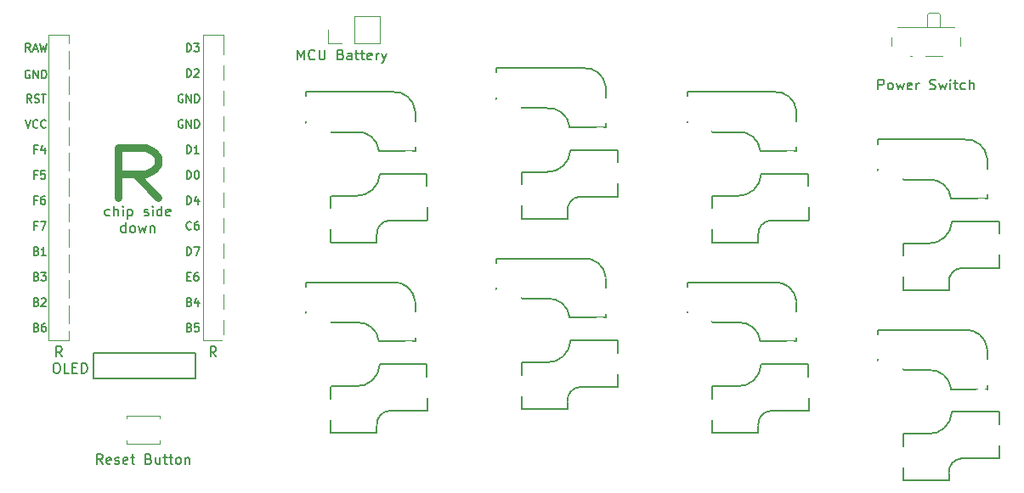
<source format=gbr>
%TF.GenerationSoftware,KiCad,Pcbnew,5.1.10*%
%TF.CreationDate,2021-09-01T18:29:14-05:00*%
%TF.ProjectId,small-paintbrush-hotswap,736d616c-6c2d-4706-9169-6e7462727573,rev?*%
%TF.SameCoordinates,Original*%
%TF.FileFunction,Legend,Top*%
%TF.FilePolarity,Positive*%
%FSLAX46Y46*%
G04 Gerber Fmt 4.6, Leading zero omitted, Abs format (unit mm)*
G04 Created by KiCad (PCBNEW 5.1.10) date 2021-09-01 18:29:14*
%MOMM*%
%LPD*%
G01*
G04 APERTURE LIST*
%ADD10C,0.150000*%
%ADD11C,0.120000*%
%ADD12C,0.200000*%
%ADD13C,0.750000*%
%ADD14C,0.100000*%
%ADD15C,3.000000*%
%ADD16C,0.100000*%
%ADD17R,1.800000X2.000000*%
%ADD18R,2.000000X2.000000*%
%ADD19C,4.000000*%
%ADD20C,1.900000*%
%ADD21C,1.700000*%
%ADD22C,1.752600*%
%ADD23O,1.700000X1.700000*%
%ADD24R,1.700000X1.700000*%
%ADD25R,0.900000X1.700000*%
%ADD26R,1.000000X0.800000*%
%ADD27R,0.700000X1.500000*%
%ADD28C,0.900000*%
%ADD29C,2.200000*%
G04 APERTURE END LIST*
D10*
X81560212Y-39124185D02*
X81464974Y-39171804D01*
X81274497Y-39171804D01*
X81179259Y-39124185D01*
X81131640Y-39076566D01*
X81084021Y-38981328D01*
X81084021Y-38695614D01*
X81131640Y-38600376D01*
X81179259Y-38552757D01*
X81274497Y-38505138D01*
X81464974Y-38505138D01*
X81560212Y-38552757D01*
X81988783Y-39171804D02*
X81988783Y-38171804D01*
X82417355Y-39171804D02*
X82417355Y-38647995D01*
X82369736Y-38552757D01*
X82274497Y-38505138D01*
X82131640Y-38505138D01*
X82036402Y-38552757D01*
X81988783Y-38600376D01*
X82893545Y-39171804D02*
X82893545Y-38505138D01*
X82893545Y-38171804D02*
X82845926Y-38219424D01*
X82893545Y-38267043D01*
X82941164Y-38219424D01*
X82893545Y-38171804D01*
X82893545Y-38267043D01*
X83369736Y-38505138D02*
X83369736Y-39505138D01*
X83369736Y-38552757D02*
X83464974Y-38505138D01*
X83655450Y-38505138D01*
X83750688Y-38552757D01*
X83798307Y-38600376D01*
X83845926Y-38695614D01*
X83845926Y-38981328D01*
X83798307Y-39076566D01*
X83750688Y-39124185D01*
X83655450Y-39171804D01*
X83464974Y-39171804D01*
X83369736Y-39124185D01*
X84988783Y-39124185D02*
X85084021Y-39171804D01*
X85274497Y-39171804D01*
X85369736Y-39124185D01*
X85417355Y-39028947D01*
X85417355Y-38981328D01*
X85369736Y-38886090D01*
X85274497Y-38838471D01*
X85131640Y-38838471D01*
X85036402Y-38790852D01*
X84988783Y-38695614D01*
X84988783Y-38647995D01*
X85036402Y-38552757D01*
X85131640Y-38505138D01*
X85274497Y-38505138D01*
X85369736Y-38552757D01*
X85845926Y-39171804D02*
X85845926Y-38505138D01*
X85845926Y-38171804D02*
X85798307Y-38219424D01*
X85845926Y-38267043D01*
X85893545Y-38219424D01*
X85845926Y-38171804D01*
X85845926Y-38267043D01*
X86750688Y-39171804D02*
X86750688Y-38171804D01*
X86750688Y-39124185D02*
X86655450Y-39171804D01*
X86464974Y-39171804D01*
X86369736Y-39124185D01*
X86322116Y-39076566D01*
X86274497Y-38981328D01*
X86274497Y-38695614D01*
X86322116Y-38600376D01*
X86369736Y-38552757D01*
X86464974Y-38505138D01*
X86655450Y-38505138D01*
X86750688Y-38552757D01*
X87607831Y-39124185D02*
X87512593Y-39171804D01*
X87322116Y-39171804D01*
X87226878Y-39124185D01*
X87179259Y-39028947D01*
X87179259Y-38647995D01*
X87226878Y-38552757D01*
X87322116Y-38505138D01*
X87512593Y-38505138D01*
X87607831Y-38552757D01*
X87655450Y-38647995D01*
X87655450Y-38743233D01*
X87179259Y-38838471D01*
X83155450Y-40821804D02*
X83155450Y-39821804D01*
X83155450Y-40774185D02*
X83060212Y-40821804D01*
X82869736Y-40821804D01*
X82774497Y-40774185D01*
X82726878Y-40726566D01*
X82679259Y-40631328D01*
X82679259Y-40345614D01*
X82726878Y-40250376D01*
X82774497Y-40202757D01*
X82869736Y-40155138D01*
X83060212Y-40155138D01*
X83155450Y-40202757D01*
X83774497Y-40821804D02*
X83679259Y-40774185D01*
X83631640Y-40726566D01*
X83584021Y-40631328D01*
X83584021Y-40345614D01*
X83631640Y-40250376D01*
X83679259Y-40202757D01*
X83774497Y-40155138D01*
X83917355Y-40155138D01*
X84012593Y-40202757D01*
X84060212Y-40250376D01*
X84107831Y-40345614D01*
X84107831Y-40631328D01*
X84060212Y-40726566D01*
X84012593Y-40774185D01*
X83917355Y-40821804D01*
X83774497Y-40821804D01*
X84441164Y-40155138D02*
X84631640Y-40821804D01*
X84822116Y-40345614D01*
X85012593Y-40821804D01*
X85203069Y-40155138D01*
X85584021Y-40155138D02*
X85584021Y-40821804D01*
X85584021Y-40250376D02*
X85631640Y-40202757D01*
X85726878Y-40155138D01*
X85869736Y-40155138D01*
X85964974Y-40202757D01*
X86012593Y-40297995D01*
X86012593Y-40821804D01*
X100290783Y-23591804D02*
X100290783Y-22591804D01*
X100624116Y-23306090D01*
X100957450Y-22591804D01*
X100957450Y-23591804D01*
X102005069Y-23496566D02*
X101957450Y-23544185D01*
X101814593Y-23591804D01*
X101719355Y-23591804D01*
X101576497Y-23544185D01*
X101481259Y-23448947D01*
X101433640Y-23353709D01*
X101386021Y-23163233D01*
X101386021Y-23020376D01*
X101433640Y-22829900D01*
X101481259Y-22734662D01*
X101576497Y-22639424D01*
X101719355Y-22591804D01*
X101814593Y-22591804D01*
X101957450Y-22639424D01*
X102005069Y-22687043D01*
X102433640Y-22591804D02*
X102433640Y-23401328D01*
X102481259Y-23496566D01*
X102528878Y-23544185D01*
X102624116Y-23591804D01*
X102814593Y-23591804D01*
X102909831Y-23544185D01*
X102957450Y-23496566D01*
X103005069Y-23401328D01*
X103005069Y-22591804D01*
X104576497Y-23067995D02*
X104719355Y-23115614D01*
X104766974Y-23163233D01*
X104814593Y-23258471D01*
X104814593Y-23401328D01*
X104766974Y-23496566D01*
X104719355Y-23544185D01*
X104624116Y-23591804D01*
X104243164Y-23591804D01*
X104243164Y-22591804D01*
X104576497Y-22591804D01*
X104671736Y-22639424D01*
X104719355Y-22687043D01*
X104766974Y-22782281D01*
X104766974Y-22877519D01*
X104719355Y-22972757D01*
X104671736Y-23020376D01*
X104576497Y-23067995D01*
X104243164Y-23067995D01*
X105671736Y-23591804D02*
X105671736Y-23067995D01*
X105624116Y-22972757D01*
X105528878Y-22925138D01*
X105338402Y-22925138D01*
X105243164Y-22972757D01*
X105671736Y-23544185D02*
X105576497Y-23591804D01*
X105338402Y-23591804D01*
X105243164Y-23544185D01*
X105195545Y-23448947D01*
X105195545Y-23353709D01*
X105243164Y-23258471D01*
X105338402Y-23210852D01*
X105576497Y-23210852D01*
X105671736Y-23163233D01*
X106005069Y-22925138D02*
X106386021Y-22925138D01*
X106147926Y-22591804D02*
X106147926Y-23448947D01*
X106195545Y-23544185D01*
X106290783Y-23591804D01*
X106386021Y-23591804D01*
X106576497Y-22925138D02*
X106957450Y-22925138D01*
X106719355Y-22591804D02*
X106719355Y-23448947D01*
X106766974Y-23544185D01*
X106862212Y-23591804D01*
X106957450Y-23591804D01*
X107671736Y-23544185D02*
X107576497Y-23591804D01*
X107386021Y-23591804D01*
X107290783Y-23544185D01*
X107243164Y-23448947D01*
X107243164Y-23067995D01*
X107290783Y-22972757D01*
X107386021Y-22925138D01*
X107576497Y-22925138D01*
X107671736Y-22972757D01*
X107719355Y-23067995D01*
X107719355Y-23163233D01*
X107243164Y-23258471D01*
X108147926Y-23591804D02*
X108147926Y-22925138D01*
X108147926Y-23115614D02*
X108195545Y-23020376D01*
X108243164Y-22972757D01*
X108338402Y-22925138D01*
X108433640Y-22925138D01*
X108671736Y-22925138D02*
X108909831Y-23591804D01*
X109147926Y-22925138D02*
X108909831Y-23591804D01*
X108814593Y-23829900D01*
X108766974Y-23877519D01*
X108671736Y-23925138D01*
X80854116Y-63944804D02*
X80520783Y-63468614D01*
X80282688Y-63944804D02*
X80282688Y-62944804D01*
X80663640Y-62944804D01*
X80758878Y-62992424D01*
X80806497Y-63040043D01*
X80854116Y-63135281D01*
X80854116Y-63278138D01*
X80806497Y-63373376D01*
X80758878Y-63420995D01*
X80663640Y-63468614D01*
X80282688Y-63468614D01*
X81663640Y-63897185D02*
X81568402Y-63944804D01*
X81377926Y-63944804D01*
X81282688Y-63897185D01*
X81235069Y-63801947D01*
X81235069Y-63420995D01*
X81282688Y-63325757D01*
X81377926Y-63278138D01*
X81568402Y-63278138D01*
X81663640Y-63325757D01*
X81711259Y-63420995D01*
X81711259Y-63516233D01*
X81235069Y-63611471D01*
X82092212Y-63897185D02*
X82187450Y-63944804D01*
X82377926Y-63944804D01*
X82473164Y-63897185D01*
X82520783Y-63801947D01*
X82520783Y-63754328D01*
X82473164Y-63659090D01*
X82377926Y-63611471D01*
X82235069Y-63611471D01*
X82139831Y-63563852D01*
X82092212Y-63468614D01*
X82092212Y-63420995D01*
X82139831Y-63325757D01*
X82235069Y-63278138D01*
X82377926Y-63278138D01*
X82473164Y-63325757D01*
X83330307Y-63897185D02*
X83235069Y-63944804D01*
X83044593Y-63944804D01*
X82949355Y-63897185D01*
X82901736Y-63801947D01*
X82901736Y-63420995D01*
X82949355Y-63325757D01*
X83044593Y-63278138D01*
X83235069Y-63278138D01*
X83330307Y-63325757D01*
X83377926Y-63420995D01*
X83377926Y-63516233D01*
X82901736Y-63611471D01*
X83663640Y-63278138D02*
X84044593Y-63278138D01*
X83806497Y-62944804D02*
X83806497Y-63801947D01*
X83854116Y-63897185D01*
X83949355Y-63944804D01*
X84044593Y-63944804D01*
X85473164Y-63420995D02*
X85616021Y-63468614D01*
X85663640Y-63516233D01*
X85711259Y-63611471D01*
X85711259Y-63754328D01*
X85663640Y-63849566D01*
X85616021Y-63897185D01*
X85520783Y-63944804D01*
X85139831Y-63944804D01*
X85139831Y-62944804D01*
X85473164Y-62944804D01*
X85568402Y-62992424D01*
X85616021Y-63040043D01*
X85663640Y-63135281D01*
X85663640Y-63230519D01*
X85616021Y-63325757D01*
X85568402Y-63373376D01*
X85473164Y-63420995D01*
X85139831Y-63420995D01*
X86568402Y-63278138D02*
X86568402Y-63944804D01*
X86139831Y-63278138D02*
X86139831Y-63801947D01*
X86187450Y-63897185D01*
X86282688Y-63944804D01*
X86425545Y-63944804D01*
X86520783Y-63897185D01*
X86568402Y-63849566D01*
X86901736Y-63278138D02*
X87282688Y-63278138D01*
X87044593Y-62944804D02*
X87044593Y-63801947D01*
X87092212Y-63897185D01*
X87187450Y-63944804D01*
X87282688Y-63944804D01*
X87473164Y-63278138D02*
X87854116Y-63278138D01*
X87616021Y-62944804D02*
X87616021Y-63801947D01*
X87663640Y-63897185D01*
X87758878Y-63944804D01*
X87854116Y-63944804D01*
X88330307Y-63944804D02*
X88235069Y-63897185D01*
X88187450Y-63849566D01*
X88139831Y-63754328D01*
X88139831Y-63468614D01*
X88187450Y-63373376D01*
X88235069Y-63325757D01*
X88330307Y-63278138D01*
X88473164Y-63278138D01*
X88568402Y-63325757D01*
X88616021Y-63373376D01*
X88663640Y-63468614D01*
X88663640Y-63754328D01*
X88616021Y-63849566D01*
X88568402Y-63897185D01*
X88473164Y-63944804D01*
X88330307Y-63944804D01*
X89092212Y-63278138D02*
X89092212Y-63944804D01*
X89092212Y-63373376D02*
X89139831Y-63325757D01*
X89235069Y-63278138D01*
X89377926Y-63278138D01*
X89473164Y-63325757D01*
X89520783Y-63420995D01*
X89520783Y-63944804D01*
X158139832Y-26551805D02*
X158139832Y-25551805D01*
X158520784Y-25551805D01*
X158616022Y-25599425D01*
X158663641Y-25647044D01*
X158711260Y-25742282D01*
X158711260Y-25885139D01*
X158663641Y-25980377D01*
X158616022Y-26027996D01*
X158520784Y-26075615D01*
X158139832Y-26075615D01*
X159282689Y-26551805D02*
X159187451Y-26504186D01*
X159139832Y-26456567D01*
X159092213Y-26361329D01*
X159092213Y-26075615D01*
X159139832Y-25980377D01*
X159187451Y-25932758D01*
X159282689Y-25885139D01*
X159425546Y-25885139D01*
X159520784Y-25932758D01*
X159568403Y-25980377D01*
X159616022Y-26075615D01*
X159616022Y-26361329D01*
X159568403Y-26456567D01*
X159520784Y-26504186D01*
X159425546Y-26551805D01*
X159282689Y-26551805D01*
X159949356Y-25885139D02*
X160139832Y-26551805D01*
X160330308Y-26075615D01*
X160520784Y-26551805D01*
X160711260Y-25885139D01*
X161473165Y-26504186D02*
X161377927Y-26551805D01*
X161187451Y-26551805D01*
X161092213Y-26504186D01*
X161044594Y-26408948D01*
X161044594Y-26027996D01*
X161092213Y-25932758D01*
X161187451Y-25885139D01*
X161377927Y-25885139D01*
X161473165Y-25932758D01*
X161520784Y-26027996D01*
X161520784Y-26123234D01*
X161044594Y-26218472D01*
X161949356Y-26551805D02*
X161949356Y-25885139D01*
X161949356Y-26075615D02*
X161996975Y-25980377D01*
X162044594Y-25932758D01*
X162139832Y-25885139D01*
X162235070Y-25885139D01*
X163282689Y-26504186D02*
X163425546Y-26551805D01*
X163663641Y-26551805D01*
X163758879Y-26504186D01*
X163806498Y-26456567D01*
X163854117Y-26361329D01*
X163854117Y-26266091D01*
X163806498Y-26170853D01*
X163758879Y-26123234D01*
X163663641Y-26075615D01*
X163473165Y-26027996D01*
X163377927Y-25980377D01*
X163330308Y-25932758D01*
X163282689Y-25837520D01*
X163282689Y-25742282D01*
X163330308Y-25647044D01*
X163377927Y-25599425D01*
X163473165Y-25551805D01*
X163711260Y-25551805D01*
X163854117Y-25599425D01*
X164187451Y-25885139D02*
X164377927Y-26551805D01*
X164568403Y-26075615D01*
X164758879Y-26551805D01*
X164949356Y-25885139D01*
X165330308Y-26551805D02*
X165330308Y-25885139D01*
X165330308Y-25551805D02*
X165282689Y-25599425D01*
X165330308Y-25647044D01*
X165377927Y-25599425D01*
X165330308Y-25551805D01*
X165330308Y-25647044D01*
X165663641Y-25885139D02*
X166044594Y-25885139D01*
X165806498Y-25551805D02*
X165806498Y-26408948D01*
X165854117Y-26504186D01*
X165949356Y-26551805D01*
X166044594Y-26551805D01*
X166806498Y-26504186D02*
X166711260Y-26551805D01*
X166520784Y-26551805D01*
X166425546Y-26504186D01*
X166377927Y-26456567D01*
X166330308Y-26361329D01*
X166330308Y-26075615D01*
X166377927Y-25980377D01*
X166425546Y-25932758D01*
X166520784Y-25885139D01*
X166711260Y-25885139D01*
X166806498Y-25932758D01*
X167235070Y-26551805D02*
X167235070Y-25551805D01*
X167663641Y-26551805D02*
X167663641Y-26027996D01*
X167616022Y-25932758D01*
X167520784Y-25885139D01*
X167377927Y-25885139D01*
X167282689Y-25932758D01*
X167235070Y-25980377D01*
X92172259Y-53204804D02*
X91838926Y-52728614D01*
X91600831Y-53204804D02*
X91600831Y-52204804D01*
X91981783Y-52204804D01*
X92077021Y-52252424D01*
X92124640Y-52300043D01*
X92172259Y-52395281D01*
X92172259Y-52538138D01*
X92124640Y-52633376D01*
X92077021Y-52680995D01*
X91981783Y-52728614D01*
X91600831Y-52728614D01*
X76805259Y-53204804D02*
X76471926Y-52728614D01*
X76233831Y-53204804D02*
X76233831Y-52204804D01*
X76614783Y-52204804D01*
X76710021Y-52252424D01*
X76757640Y-52300043D01*
X76805259Y-52395281D01*
X76805259Y-52538138D01*
X76757640Y-52633376D01*
X76710021Y-52680995D01*
X76614783Y-52728614D01*
X76233831Y-52728614D01*
D11*
X77511736Y-51609424D02*
X75479736Y-51609424D01*
X77511736Y-21129424D02*
X77511736Y-51609424D01*
X75479736Y-21129424D02*
X77511736Y-21129424D01*
X75479736Y-51609424D02*
X75479736Y-21129424D01*
X90846736Y-51609424D02*
X92878736Y-51609424D01*
X90846736Y-21129424D02*
X90846736Y-51609424D01*
X92878736Y-21129424D02*
X90846736Y-21129424D01*
X92878736Y-51609424D02*
X92878736Y-21129424D01*
D10*
X76186355Y-53855804D02*
X76376831Y-53855804D01*
X76472069Y-53903424D01*
X76567307Y-53998662D01*
X76614926Y-54189138D01*
X76614926Y-54522471D01*
X76567307Y-54712947D01*
X76472069Y-54808185D01*
X76376831Y-54855804D01*
X76186355Y-54855804D01*
X76091116Y-54808185D01*
X75995878Y-54712947D01*
X75948259Y-54522471D01*
X75948259Y-54189138D01*
X75995878Y-53998662D01*
X76091116Y-53903424D01*
X76186355Y-53855804D01*
X77519688Y-54855804D02*
X77043497Y-54855804D01*
X77043497Y-53855804D01*
X77853021Y-54331995D02*
X78186355Y-54331995D01*
X78329212Y-54855804D02*
X77853021Y-54855804D01*
X77853021Y-53855804D01*
X78329212Y-53855804D01*
X78757783Y-54855804D02*
X78757783Y-53855804D01*
X78995878Y-53855804D01*
X79138736Y-53903424D01*
X79233974Y-53998662D01*
X79281593Y-54093900D01*
X79329212Y-54284376D01*
X79329212Y-54427233D01*
X79281593Y-54617709D01*
X79233974Y-54712947D01*
X79138736Y-54808185D01*
X78995878Y-54855804D01*
X78757783Y-54855804D01*
D12*
X79924736Y-52879424D02*
X79924736Y-55419424D01*
X90084736Y-52879424D02*
X79924736Y-52879424D01*
X90084736Y-55419424D02*
X79924736Y-55419424D01*
X90084736Y-52879424D02*
X90084736Y-55419424D01*
D13*
X86409402Y-37361328D02*
X84076069Y-34980376D01*
X82409402Y-37361328D02*
X82409402Y-32361328D01*
X85076069Y-32361328D01*
X85742736Y-32599424D01*
X86076069Y-32837519D01*
X86409402Y-33313709D01*
X86409402Y-34027995D01*
X86076069Y-34504185D01*
X85742736Y-34742281D01*
X85076069Y-34980376D01*
X82409402Y-34980376D01*
D10*
%TO.C,KEY4*%
X169001737Y-37453424D02*
X165391737Y-37453424D01*
X169001737Y-33499424D02*
X169001737Y-37444424D01*
X158101737Y-31545424D02*
X166726737Y-31545424D01*
X158101737Y-35453424D02*
X158101737Y-31545424D01*
X158101737Y-35499424D02*
X163151737Y-35545424D01*
X160626737Y-46574424D02*
X165176737Y-46574424D01*
X160626737Y-41924424D02*
X163176737Y-41924424D01*
X165476737Y-39724424D02*
X170176737Y-39724424D01*
X166401737Y-44374424D02*
X170176737Y-44374424D01*
X160601738Y-41949424D02*
X160601738Y-46549424D01*
X170176737Y-39749424D02*
X170201737Y-44349423D01*
X165181737Y-45849424D02*
X165181737Y-46549424D01*
X168990737Y-33429424D02*
G75*
G03*
X166726737Y-31545424I-2074000J-190000D01*
G01*
X165386738Y-37429423D02*
G75*
G03*
X163126737Y-35549424I-2070000J-190001D01*
G01*
X165471737Y-39749424D02*
G75*
G02*
X163101737Y-41919424I-2270000J100000D01*
G01*
X165181736Y-45799423D02*
G75*
G02*
X166401737Y-44379424I1320000J99999D01*
G01*
%TO.C,KEY8*%
X169001739Y-56453423D02*
X165391739Y-56453423D01*
X169001739Y-52499423D02*
X169001739Y-56444423D01*
X158101739Y-50545423D02*
X166726739Y-50545423D01*
X158101739Y-54453423D02*
X158101739Y-50545423D01*
X158101739Y-54499423D02*
X163151739Y-54545423D01*
X160626739Y-65574423D02*
X165176739Y-65574423D01*
X160626739Y-60924423D02*
X163176739Y-60924423D01*
X165476739Y-58724423D02*
X170176739Y-58724423D01*
X166401739Y-63374423D02*
X170176739Y-63374423D01*
X160601740Y-60949423D02*
X160601740Y-65549423D01*
X170176739Y-58749423D02*
X170201739Y-63349422D01*
X165181739Y-64849423D02*
X165181739Y-65549423D01*
X168990739Y-52429423D02*
G75*
G03*
X166726739Y-50545423I-2074000J-190000D01*
G01*
X165386740Y-56429422D02*
G75*
G03*
X163126739Y-54549423I-2070000J-190001D01*
G01*
X165471739Y-58749423D02*
G75*
G02*
X163101739Y-60919423I-2270000J100000D01*
G01*
X165181738Y-64799422D02*
G75*
G02*
X166401739Y-63379423I1320000J99999D01*
G01*
%TO.C,KEY7*%
X150001739Y-51703426D02*
X146391739Y-51703426D01*
X150001739Y-47749426D02*
X150001739Y-51694426D01*
X139101739Y-45795426D02*
X147726739Y-45795426D01*
X139101739Y-49703426D02*
X139101739Y-45795426D01*
X139101739Y-49749426D02*
X144151739Y-49795426D01*
X141626739Y-60824426D02*
X146176739Y-60824426D01*
X141626739Y-56174426D02*
X144176739Y-56174426D01*
X146476739Y-53974426D02*
X151176739Y-53974426D01*
X147401739Y-58624426D02*
X151176739Y-58624426D01*
X141601740Y-56199426D02*
X141601740Y-60799426D01*
X151176739Y-53999426D02*
X151201739Y-58599425D01*
X146181739Y-60099426D02*
X146181739Y-60799426D01*
X149990739Y-47679426D02*
G75*
G03*
X147726739Y-45795426I-2074000J-190000D01*
G01*
X146386740Y-51679425D02*
G75*
G03*
X144126739Y-49799426I-2070000J-190001D01*
G01*
X146471739Y-53999426D02*
G75*
G02*
X144101739Y-56169426I-2270000J100000D01*
G01*
X146181738Y-60049425D02*
G75*
G02*
X147401739Y-58629426I1320000J99999D01*
G01*
%TO.C,KEY6*%
X131001739Y-49323424D02*
X127391739Y-49323424D01*
X131001739Y-45369424D02*
X131001739Y-49314424D01*
X120101739Y-43415424D02*
X128726739Y-43415424D01*
X120101739Y-47323424D02*
X120101739Y-43415424D01*
X120101739Y-47369424D02*
X125151739Y-47415424D01*
X122626739Y-58444424D02*
X127176739Y-58444424D01*
X122626739Y-53794424D02*
X125176739Y-53794424D01*
X127476739Y-51594424D02*
X132176739Y-51594424D01*
X128401739Y-56244424D02*
X132176739Y-56244424D01*
X122601740Y-53819424D02*
X122601740Y-58419424D01*
X132176739Y-51619424D02*
X132201739Y-56219423D01*
X127181739Y-57719424D02*
X127181739Y-58419424D01*
X130990739Y-45299424D02*
G75*
G03*
X128726739Y-43415424I-2074000J-190000D01*
G01*
X127386740Y-49299423D02*
G75*
G03*
X125126739Y-47419424I-2070000J-190001D01*
G01*
X127471739Y-51619424D02*
G75*
G02*
X125101739Y-53789424I-2270000J100000D01*
G01*
X127181738Y-57669423D02*
G75*
G02*
X128401739Y-56249424I1320000J99999D01*
G01*
%TO.C,KEY5*%
X112001736Y-51703424D02*
X108391736Y-51703424D01*
X112001736Y-47749424D02*
X112001736Y-51694424D01*
X101101736Y-45795424D02*
X109726736Y-45795424D01*
X101101736Y-49703424D02*
X101101736Y-45795424D01*
X101101736Y-49749424D02*
X106151736Y-49795424D01*
X103626736Y-60824424D02*
X108176736Y-60824424D01*
X103626736Y-56174424D02*
X106176736Y-56174424D01*
X108476736Y-53974424D02*
X113176736Y-53974424D01*
X109401736Y-58624424D02*
X113176736Y-58624424D01*
X103601737Y-56199424D02*
X103601737Y-60799424D01*
X113176736Y-53999424D02*
X113201736Y-58599423D01*
X108181736Y-60099424D02*
X108181736Y-60799424D01*
X111990736Y-47679424D02*
G75*
G03*
X109726736Y-45795424I-2074000J-190000D01*
G01*
X108386737Y-51679423D02*
G75*
G03*
X106126736Y-49799424I-2070000J-190001D01*
G01*
X108471736Y-53999424D02*
G75*
G02*
X106101736Y-56169424I-2270000J100000D01*
G01*
X108181735Y-60049423D02*
G75*
G02*
X109401736Y-58629424I1320000J99999D01*
G01*
%TO.C,KEY3*%
X150001739Y-32703426D02*
X146391739Y-32703426D01*
X150001739Y-28749426D02*
X150001739Y-32694426D01*
X139101739Y-26795426D02*
X147726739Y-26795426D01*
X139101739Y-30703426D02*
X139101739Y-26795426D01*
X139101739Y-30749426D02*
X144151739Y-30795426D01*
X141626739Y-41824426D02*
X146176739Y-41824426D01*
X141626739Y-37174426D02*
X144176739Y-37174426D01*
X146476739Y-34974426D02*
X151176739Y-34974426D01*
X147401739Y-39624426D02*
X151176739Y-39624426D01*
X141601740Y-37199426D02*
X141601740Y-41799426D01*
X151176739Y-34999426D02*
X151201739Y-39599425D01*
X146181739Y-41099426D02*
X146181739Y-41799426D01*
X149990739Y-28679426D02*
G75*
G03*
X147726739Y-26795426I-2074000J-190000D01*
G01*
X146386740Y-32679425D02*
G75*
G03*
X144126739Y-30799426I-2070000J-190001D01*
G01*
X146471739Y-34999426D02*
G75*
G02*
X144101739Y-37169426I-2270000J100000D01*
G01*
X146181738Y-41049425D02*
G75*
G02*
X147401739Y-39629426I1320000J99999D01*
G01*
%TO.C,KEY2*%
X131001737Y-30323424D02*
X127391737Y-30323424D01*
X131001737Y-26369424D02*
X131001737Y-30314424D01*
X120101737Y-24415424D02*
X128726737Y-24415424D01*
X120101737Y-28323424D02*
X120101737Y-24415424D01*
X120101737Y-28369424D02*
X125151737Y-28415424D01*
X122626737Y-39444424D02*
X127176737Y-39444424D01*
X122626737Y-34794424D02*
X125176737Y-34794424D01*
X127476737Y-32594424D02*
X132176737Y-32594424D01*
X128401737Y-37244424D02*
X132176737Y-37244424D01*
X122601738Y-34819424D02*
X122601738Y-39419424D01*
X132176737Y-32619424D02*
X132201737Y-37219423D01*
X127181737Y-38719424D02*
X127181737Y-39419424D01*
X130990737Y-26299424D02*
G75*
G03*
X128726737Y-24415424I-2074000J-190000D01*
G01*
X127386738Y-30299423D02*
G75*
G03*
X125126737Y-28419424I-2070000J-190001D01*
G01*
X127471737Y-32619424D02*
G75*
G02*
X125101737Y-34789424I-2270000J100000D01*
G01*
X127181736Y-38669423D02*
G75*
G02*
X128401737Y-37249424I1320000J99999D01*
G01*
%TO.C,KEY1*%
X112001737Y-32703424D02*
X108391737Y-32703424D01*
X112001737Y-28749424D02*
X112001737Y-32694424D01*
X101101737Y-26795424D02*
X109726737Y-26795424D01*
X101101737Y-30703424D02*
X101101737Y-26795424D01*
X101101737Y-30749424D02*
X106151737Y-30795424D01*
X103626737Y-41824424D02*
X108176737Y-41824424D01*
X103626737Y-37174424D02*
X106176737Y-37174424D01*
X108476737Y-34974424D02*
X113176737Y-34974424D01*
X109401737Y-39624424D02*
X113176737Y-39624424D01*
X103601738Y-37199424D02*
X103601738Y-41799424D01*
X113176737Y-34999424D02*
X113201737Y-39599423D01*
X108181737Y-41099424D02*
X108181737Y-41799424D01*
X111990737Y-28679424D02*
G75*
G03*
X109726737Y-26795424I-2074000J-190000D01*
G01*
X108386738Y-32679423D02*
G75*
G03*
X106126737Y-30799424I-2070000J-190001D01*
G01*
X108471737Y-34999424D02*
G75*
G02*
X106101737Y-37169424I-2270000J100000D01*
G01*
X108181736Y-41049423D02*
G75*
G02*
X109401737Y-39629424I1320000J99999D01*
G01*
D11*
%TO.C,J1*%
X103301737Y-21929424D02*
X103301737Y-20599424D01*
X104631737Y-21929424D02*
X103301737Y-21929424D01*
X105901737Y-21929424D02*
X105901737Y-19269424D01*
X105901737Y-19269424D02*
X108501737Y-19269424D01*
X105901737Y-21929424D02*
X108501737Y-21929424D01*
X108501737Y-21929424D02*
X108501737Y-19269424D01*
%TO.C,PUSH2*%
X83251736Y-61892424D02*
X83251736Y-61592424D01*
X86551736Y-61892424D02*
X83251736Y-61892424D01*
X86551736Y-61592424D02*
X86551736Y-61892424D01*
X83251736Y-59092424D02*
X83251736Y-59392424D01*
X86551736Y-59092424D02*
X83251736Y-59092424D01*
X86551736Y-59392424D02*
X86551736Y-59092424D01*
%TO.C,SW2*%
X159451737Y-21379424D02*
X159451737Y-22169424D01*
X166351737Y-22169424D02*
X166351737Y-21379424D01*
X164501737Y-23219424D02*
X162801737Y-23219424D01*
X165751737Y-20369424D02*
X160051737Y-20369424D01*
X163001737Y-19079424D02*
X163001737Y-20369424D01*
X164101737Y-18869424D02*
X163201737Y-18869424D01*
X164301737Y-20369424D02*
X164301737Y-19079424D01*
X163001737Y-19079424D02*
X163201737Y-18869424D01*
X164301737Y-19079424D02*
X164101737Y-18869424D01*
X161501737Y-23219424D02*
X161301737Y-23219424D01*
%TO.C,U2*%
D10*
X74266926Y-47742281D02*
X74381212Y-47780376D01*
X74419307Y-47818471D01*
X74457402Y-47894662D01*
X74457402Y-48008947D01*
X74419307Y-48085138D01*
X74381212Y-48123233D01*
X74305021Y-48161328D01*
X74000259Y-48161328D01*
X74000259Y-47361328D01*
X74266926Y-47361328D01*
X74343116Y-47399424D01*
X74381212Y-47437519D01*
X74419307Y-47513709D01*
X74419307Y-47589900D01*
X74381212Y-47666090D01*
X74343116Y-47704185D01*
X74266926Y-47742281D01*
X74000259Y-47742281D01*
X74762164Y-47437519D02*
X74800259Y-47399424D01*
X74876450Y-47361328D01*
X75066926Y-47361328D01*
X75143116Y-47399424D01*
X75181212Y-47437519D01*
X75219307Y-47513709D01*
X75219307Y-47589900D01*
X75181212Y-47704185D01*
X74724069Y-48161328D01*
X75219307Y-48161328D01*
X74324069Y-40122281D02*
X74057402Y-40122281D01*
X74057402Y-40541328D02*
X74057402Y-39741328D01*
X74438355Y-39741328D01*
X74666926Y-39741328D02*
X75200259Y-39741328D01*
X74857402Y-40541328D01*
X74324069Y-37582281D02*
X74057402Y-37582281D01*
X74057402Y-38001328D02*
X74057402Y-37201328D01*
X74438355Y-37201328D01*
X75085974Y-37201328D02*
X74933593Y-37201328D01*
X74857402Y-37239424D01*
X74819307Y-37277519D01*
X74743116Y-37391804D01*
X74705021Y-37544185D01*
X74705021Y-37848947D01*
X74743116Y-37925138D01*
X74781212Y-37963233D01*
X74857402Y-38001328D01*
X75009783Y-38001328D01*
X75085974Y-37963233D01*
X75124069Y-37925138D01*
X75162164Y-37848947D01*
X75162164Y-37658471D01*
X75124069Y-37582281D01*
X75085974Y-37544185D01*
X75009783Y-37506090D01*
X74857402Y-37506090D01*
X74781212Y-37544185D01*
X74743116Y-37582281D01*
X74705021Y-37658471D01*
X74324069Y-35042281D02*
X74057402Y-35042281D01*
X74057402Y-35461328D02*
X74057402Y-34661328D01*
X74438355Y-34661328D01*
X75124069Y-34661328D02*
X74743116Y-34661328D01*
X74705021Y-35042281D01*
X74743116Y-35004185D01*
X74819307Y-34966090D01*
X75009783Y-34966090D01*
X75085974Y-35004185D01*
X75124069Y-35042281D01*
X75162164Y-35118471D01*
X75162164Y-35308947D01*
X75124069Y-35385138D01*
X75085974Y-35423233D01*
X75009783Y-35461328D01*
X74819307Y-35461328D01*
X74743116Y-35423233D01*
X74705021Y-35385138D01*
X73657355Y-22761328D02*
X73390688Y-22380376D01*
X73200212Y-22761328D02*
X73200212Y-21961328D01*
X73504974Y-21961328D01*
X73581164Y-21999424D01*
X73619259Y-22037519D01*
X73657355Y-22113709D01*
X73657355Y-22227995D01*
X73619259Y-22304185D01*
X73581164Y-22342281D01*
X73504974Y-22380376D01*
X73200212Y-22380376D01*
X73962116Y-22532757D02*
X74343069Y-22532757D01*
X73885926Y-22761328D02*
X74152593Y-21961328D01*
X74419259Y-22761328D01*
X74609736Y-21961328D02*
X74800212Y-22761328D01*
X74952593Y-22189900D01*
X75104974Y-22761328D01*
X75295450Y-21961328D01*
X73600212Y-24666424D02*
X73524021Y-24628328D01*
X73409736Y-24628328D01*
X73295450Y-24666424D01*
X73219259Y-24742614D01*
X73181164Y-24818804D01*
X73143069Y-24971185D01*
X73143069Y-25085471D01*
X73181164Y-25237852D01*
X73219259Y-25314043D01*
X73295450Y-25390233D01*
X73409736Y-25428328D01*
X73485926Y-25428328D01*
X73600212Y-25390233D01*
X73638307Y-25352138D01*
X73638307Y-25085471D01*
X73485926Y-25085471D01*
X73981164Y-25428328D02*
X73981164Y-24628328D01*
X74438307Y-25428328D01*
X74438307Y-24628328D01*
X74819259Y-25428328D02*
X74819259Y-24628328D01*
X75009736Y-24628328D01*
X75124021Y-24666424D01*
X75200212Y-24742614D01*
X75238307Y-24818804D01*
X75276402Y-24971185D01*
X75276402Y-25085471D01*
X75238307Y-25237852D01*
X75200212Y-25314043D01*
X75124021Y-25390233D01*
X75009736Y-25428328D01*
X74819259Y-25428328D01*
X73771640Y-27841328D02*
X73504974Y-27460376D01*
X73314497Y-27841328D02*
X73314497Y-27041328D01*
X73619259Y-27041328D01*
X73695450Y-27079424D01*
X73733545Y-27117519D01*
X73771640Y-27193709D01*
X73771640Y-27307995D01*
X73733545Y-27384185D01*
X73695450Y-27422281D01*
X73619259Y-27460376D01*
X73314497Y-27460376D01*
X74076402Y-27803233D02*
X74190688Y-27841328D01*
X74381164Y-27841328D01*
X74457355Y-27803233D01*
X74495450Y-27765138D01*
X74533545Y-27688947D01*
X74533545Y-27612757D01*
X74495450Y-27536566D01*
X74457355Y-27498471D01*
X74381164Y-27460376D01*
X74228783Y-27422281D01*
X74152593Y-27384185D01*
X74114497Y-27346090D01*
X74076402Y-27269900D01*
X74076402Y-27193709D01*
X74114497Y-27117519D01*
X74152593Y-27079424D01*
X74228783Y-27041328D01*
X74419259Y-27041328D01*
X74533545Y-27079424D01*
X74762116Y-27041328D02*
X75219259Y-27041328D01*
X74990688Y-27841328D02*
X74990688Y-27041328D01*
X73143069Y-29581328D02*
X73409736Y-30381328D01*
X73676402Y-29581328D01*
X74400212Y-30305138D02*
X74362116Y-30343233D01*
X74247831Y-30381328D01*
X74171640Y-30381328D01*
X74057355Y-30343233D01*
X73981164Y-30267043D01*
X73943069Y-30190852D01*
X73904974Y-30038471D01*
X73904974Y-29924185D01*
X73943069Y-29771804D01*
X73981164Y-29695614D01*
X74057355Y-29619424D01*
X74171640Y-29581328D01*
X74247831Y-29581328D01*
X74362116Y-29619424D01*
X74400212Y-29657519D01*
X75200212Y-30305138D02*
X75162116Y-30343233D01*
X75047831Y-30381328D01*
X74971640Y-30381328D01*
X74857355Y-30343233D01*
X74781164Y-30267043D01*
X74743069Y-30190852D01*
X74704974Y-30038471D01*
X74704974Y-29924185D01*
X74743069Y-29771804D01*
X74781164Y-29695614D01*
X74857355Y-29619424D01*
X74971640Y-29581328D01*
X75047831Y-29581328D01*
X75162116Y-29619424D01*
X75200212Y-29657519D01*
X74324069Y-32502281D02*
X74057402Y-32502281D01*
X74057402Y-32921328D02*
X74057402Y-32121328D01*
X74438355Y-32121328D01*
X75085974Y-32387995D02*
X75085974Y-32921328D01*
X74895497Y-32083233D02*
X74705021Y-32654662D01*
X75200259Y-32654662D01*
X74266926Y-42662281D02*
X74381212Y-42700376D01*
X74419307Y-42738471D01*
X74457402Y-42814662D01*
X74457402Y-42928947D01*
X74419307Y-43005138D01*
X74381212Y-43043233D01*
X74305021Y-43081328D01*
X74000259Y-43081328D01*
X74000259Y-42281328D01*
X74266926Y-42281328D01*
X74343116Y-42319424D01*
X74381212Y-42357519D01*
X74419307Y-42433709D01*
X74419307Y-42509900D01*
X74381212Y-42586090D01*
X74343116Y-42624185D01*
X74266926Y-42662281D01*
X74000259Y-42662281D01*
X75219307Y-43081328D02*
X74762164Y-43081328D01*
X74990736Y-43081328D02*
X74990736Y-42281328D01*
X74914545Y-42395614D01*
X74838355Y-42471804D01*
X74762164Y-42509900D01*
X74266926Y-45202281D02*
X74381212Y-45240376D01*
X74419307Y-45278471D01*
X74457402Y-45354662D01*
X74457402Y-45468947D01*
X74419307Y-45545138D01*
X74381212Y-45583233D01*
X74305021Y-45621328D01*
X74000259Y-45621328D01*
X74000259Y-44821328D01*
X74266926Y-44821328D01*
X74343116Y-44859424D01*
X74381212Y-44897519D01*
X74419307Y-44973709D01*
X74419307Y-45049900D01*
X74381212Y-45126090D01*
X74343116Y-45164185D01*
X74266926Y-45202281D01*
X74000259Y-45202281D01*
X74724069Y-44821328D02*
X75219307Y-44821328D01*
X74952640Y-45126090D01*
X75066926Y-45126090D01*
X75143116Y-45164185D01*
X75181212Y-45202281D01*
X75219307Y-45278471D01*
X75219307Y-45468947D01*
X75181212Y-45545138D01*
X75143116Y-45583233D01*
X75066926Y-45621328D01*
X74838355Y-45621328D01*
X74762164Y-45583233D01*
X74724069Y-45545138D01*
X74266926Y-50282281D02*
X74381212Y-50320376D01*
X74419307Y-50358471D01*
X74457402Y-50434662D01*
X74457402Y-50548947D01*
X74419307Y-50625138D01*
X74381212Y-50663233D01*
X74305021Y-50701328D01*
X74000259Y-50701328D01*
X74000259Y-49901328D01*
X74266926Y-49901328D01*
X74343116Y-49939424D01*
X74381212Y-49977519D01*
X74419307Y-50053709D01*
X74419307Y-50129900D01*
X74381212Y-50206090D01*
X74343116Y-50244185D01*
X74266926Y-50282281D01*
X74000259Y-50282281D01*
X75143116Y-49901328D02*
X74990736Y-49901328D01*
X74914545Y-49939424D01*
X74876450Y-49977519D01*
X74800259Y-50091804D01*
X74762164Y-50244185D01*
X74762164Y-50548947D01*
X74800259Y-50625138D01*
X74838355Y-50663233D01*
X74914545Y-50701328D01*
X75066926Y-50701328D01*
X75143116Y-50663233D01*
X75181212Y-50625138D01*
X75219307Y-50548947D01*
X75219307Y-50358471D01*
X75181212Y-50282281D01*
X75143116Y-50244185D01*
X75066926Y-50206090D01*
X74914545Y-50206090D01*
X74838355Y-50244185D01*
X74800259Y-50282281D01*
X74762164Y-50358471D01*
X89506926Y-50282281D02*
X89621212Y-50320376D01*
X89659307Y-50358471D01*
X89697402Y-50434662D01*
X89697402Y-50548947D01*
X89659307Y-50625138D01*
X89621212Y-50663233D01*
X89545021Y-50701328D01*
X89240259Y-50701328D01*
X89240259Y-49901328D01*
X89506926Y-49901328D01*
X89583116Y-49939424D01*
X89621212Y-49977519D01*
X89659307Y-50053709D01*
X89659307Y-50129900D01*
X89621212Y-50206090D01*
X89583116Y-50244185D01*
X89506926Y-50282281D01*
X89240259Y-50282281D01*
X90421212Y-49901328D02*
X90040259Y-49901328D01*
X90002164Y-50282281D01*
X90040259Y-50244185D01*
X90116450Y-50206090D01*
X90306926Y-50206090D01*
X90383116Y-50244185D01*
X90421212Y-50282281D01*
X90459307Y-50358471D01*
X90459307Y-50548947D01*
X90421212Y-50625138D01*
X90383116Y-50663233D01*
X90306926Y-50701328D01*
X90116450Y-50701328D01*
X90040259Y-50663233D01*
X90002164Y-50625138D01*
X89506926Y-47742281D02*
X89621212Y-47780376D01*
X89659307Y-47818471D01*
X89697402Y-47894662D01*
X89697402Y-48008947D01*
X89659307Y-48085138D01*
X89621212Y-48123233D01*
X89545021Y-48161328D01*
X89240259Y-48161328D01*
X89240259Y-47361328D01*
X89506926Y-47361328D01*
X89583116Y-47399424D01*
X89621212Y-47437519D01*
X89659307Y-47513709D01*
X89659307Y-47589900D01*
X89621212Y-47666090D01*
X89583116Y-47704185D01*
X89506926Y-47742281D01*
X89240259Y-47742281D01*
X90383116Y-47627995D02*
X90383116Y-48161328D01*
X90192640Y-47323233D02*
X90002164Y-47894662D01*
X90497402Y-47894662D01*
X89278355Y-45202281D02*
X89545021Y-45202281D01*
X89659307Y-45621328D02*
X89278355Y-45621328D01*
X89278355Y-44821328D01*
X89659307Y-44821328D01*
X90345021Y-44821328D02*
X90192640Y-44821328D01*
X90116450Y-44859424D01*
X90078355Y-44897519D01*
X90002164Y-45011804D01*
X89964069Y-45164185D01*
X89964069Y-45468947D01*
X90002164Y-45545138D01*
X90040259Y-45583233D01*
X90116450Y-45621328D01*
X90268831Y-45621328D01*
X90345021Y-45583233D01*
X90383116Y-45545138D01*
X90421212Y-45468947D01*
X90421212Y-45278471D01*
X90383116Y-45202281D01*
X90345021Y-45164185D01*
X90268831Y-45126090D01*
X90116450Y-45126090D01*
X90040259Y-45164185D01*
X90002164Y-45202281D01*
X89964069Y-45278471D01*
X89240259Y-43081328D02*
X89240259Y-42281328D01*
X89430736Y-42281328D01*
X89545021Y-42319424D01*
X89621212Y-42395614D01*
X89659307Y-42471804D01*
X89697402Y-42624185D01*
X89697402Y-42738471D01*
X89659307Y-42890852D01*
X89621212Y-42967043D01*
X89545021Y-43043233D01*
X89430736Y-43081328D01*
X89240259Y-43081328D01*
X89964069Y-42281328D02*
X90497402Y-42281328D01*
X90154545Y-43081328D01*
X89697402Y-40465138D02*
X89659307Y-40503233D01*
X89545021Y-40541328D01*
X89468831Y-40541328D01*
X89354545Y-40503233D01*
X89278355Y-40427043D01*
X89240259Y-40350852D01*
X89202164Y-40198471D01*
X89202164Y-40084185D01*
X89240259Y-39931804D01*
X89278355Y-39855614D01*
X89354545Y-39779424D01*
X89468831Y-39741328D01*
X89545021Y-39741328D01*
X89659307Y-39779424D01*
X89697402Y-39817519D01*
X90383116Y-39741328D02*
X90230736Y-39741328D01*
X90154545Y-39779424D01*
X90116450Y-39817519D01*
X90040259Y-39931804D01*
X90002164Y-40084185D01*
X90002164Y-40388947D01*
X90040259Y-40465138D01*
X90078355Y-40503233D01*
X90154545Y-40541328D01*
X90306926Y-40541328D01*
X90383116Y-40503233D01*
X90421212Y-40465138D01*
X90459307Y-40388947D01*
X90459307Y-40198471D01*
X90421212Y-40122281D01*
X90383116Y-40084185D01*
X90306926Y-40046090D01*
X90154545Y-40046090D01*
X90078355Y-40084185D01*
X90040259Y-40122281D01*
X90002164Y-40198471D01*
X89240259Y-38001328D02*
X89240259Y-37201328D01*
X89430736Y-37201328D01*
X89545021Y-37239424D01*
X89621212Y-37315614D01*
X89659307Y-37391804D01*
X89697402Y-37544185D01*
X89697402Y-37658471D01*
X89659307Y-37810852D01*
X89621212Y-37887043D01*
X89545021Y-37963233D01*
X89430736Y-38001328D01*
X89240259Y-38001328D01*
X90383116Y-37467995D02*
X90383116Y-38001328D01*
X90192640Y-37163233D02*
X90002164Y-37734662D01*
X90497402Y-37734662D01*
X88840212Y-27079424D02*
X88764021Y-27041328D01*
X88649736Y-27041328D01*
X88535450Y-27079424D01*
X88459259Y-27155614D01*
X88421164Y-27231804D01*
X88383069Y-27384185D01*
X88383069Y-27498471D01*
X88421164Y-27650852D01*
X88459259Y-27727043D01*
X88535450Y-27803233D01*
X88649736Y-27841328D01*
X88725926Y-27841328D01*
X88840212Y-27803233D01*
X88878307Y-27765138D01*
X88878307Y-27498471D01*
X88725926Y-27498471D01*
X89221164Y-27841328D02*
X89221164Y-27041328D01*
X89678307Y-27841328D01*
X89678307Y-27041328D01*
X90059259Y-27841328D02*
X90059259Y-27041328D01*
X90249736Y-27041328D01*
X90364021Y-27079424D01*
X90440212Y-27155614D01*
X90478307Y-27231804D01*
X90516402Y-27384185D01*
X90516402Y-27498471D01*
X90478307Y-27650852D01*
X90440212Y-27727043D01*
X90364021Y-27803233D01*
X90249736Y-27841328D01*
X90059259Y-27841328D01*
X88840212Y-29619424D02*
X88764021Y-29581328D01*
X88649736Y-29581328D01*
X88535450Y-29619424D01*
X88459259Y-29695614D01*
X88421164Y-29771804D01*
X88383069Y-29924185D01*
X88383069Y-30038471D01*
X88421164Y-30190852D01*
X88459259Y-30267043D01*
X88535450Y-30343233D01*
X88649736Y-30381328D01*
X88725926Y-30381328D01*
X88840212Y-30343233D01*
X88878307Y-30305138D01*
X88878307Y-30038471D01*
X88725926Y-30038471D01*
X89221164Y-30381328D02*
X89221164Y-29581328D01*
X89678307Y-30381328D01*
X89678307Y-29581328D01*
X90059259Y-30381328D02*
X90059259Y-29581328D01*
X90249736Y-29581328D01*
X90364021Y-29619424D01*
X90440212Y-29695614D01*
X90478307Y-29771804D01*
X90516402Y-29924185D01*
X90516402Y-30038471D01*
X90478307Y-30190852D01*
X90440212Y-30267043D01*
X90364021Y-30343233D01*
X90249736Y-30381328D01*
X90059259Y-30381328D01*
X89240259Y-32921328D02*
X89240259Y-32121328D01*
X89430736Y-32121328D01*
X89545021Y-32159424D01*
X89621212Y-32235614D01*
X89659307Y-32311804D01*
X89697402Y-32464185D01*
X89697402Y-32578471D01*
X89659307Y-32730852D01*
X89621212Y-32807043D01*
X89545021Y-32883233D01*
X89430736Y-32921328D01*
X89240259Y-32921328D01*
X90459307Y-32921328D02*
X90002164Y-32921328D01*
X90230736Y-32921328D02*
X90230736Y-32121328D01*
X90154545Y-32235614D01*
X90078355Y-32311804D01*
X90002164Y-32349900D01*
X89240259Y-35461328D02*
X89240259Y-34661328D01*
X89430736Y-34661328D01*
X89545021Y-34699424D01*
X89621212Y-34775614D01*
X89659307Y-34851804D01*
X89697402Y-35004185D01*
X89697402Y-35118471D01*
X89659307Y-35270852D01*
X89621212Y-35347043D01*
X89545021Y-35423233D01*
X89430736Y-35461328D01*
X89240259Y-35461328D01*
X90192640Y-34661328D02*
X90268831Y-34661328D01*
X90345021Y-34699424D01*
X90383116Y-34737519D01*
X90421212Y-34813709D01*
X90459307Y-34966090D01*
X90459307Y-35156566D01*
X90421212Y-35308947D01*
X90383116Y-35385138D01*
X90345021Y-35423233D01*
X90268831Y-35461328D01*
X90192640Y-35461328D01*
X90116450Y-35423233D01*
X90078355Y-35385138D01*
X90040259Y-35308947D01*
X90002164Y-35156566D01*
X90002164Y-34966090D01*
X90040259Y-34813709D01*
X90078355Y-34737519D01*
X90116450Y-34699424D01*
X90192640Y-34661328D01*
X89240259Y-25301328D02*
X89240259Y-24501328D01*
X89430736Y-24501328D01*
X89545021Y-24539424D01*
X89621212Y-24615614D01*
X89659307Y-24691804D01*
X89697402Y-24844185D01*
X89697402Y-24958471D01*
X89659307Y-25110852D01*
X89621212Y-25187043D01*
X89545021Y-25263233D01*
X89430736Y-25301328D01*
X89240259Y-25301328D01*
X90002164Y-24577519D02*
X90040259Y-24539424D01*
X90116450Y-24501328D01*
X90306926Y-24501328D01*
X90383116Y-24539424D01*
X90421212Y-24577519D01*
X90459307Y-24653709D01*
X90459307Y-24729900D01*
X90421212Y-24844185D01*
X89964069Y-25301328D01*
X90459307Y-25301328D01*
X89240259Y-22761328D02*
X89240259Y-21961328D01*
X89430736Y-21961328D01*
X89545021Y-21999424D01*
X89621212Y-22075614D01*
X89659307Y-22151804D01*
X89697402Y-22304185D01*
X89697402Y-22418471D01*
X89659307Y-22570852D01*
X89621212Y-22647043D01*
X89545021Y-22723233D01*
X89430736Y-22761328D01*
X89240259Y-22761328D01*
X89964069Y-21961328D02*
X90459307Y-21961328D01*
X90192640Y-22266090D01*
X90306926Y-22266090D01*
X90383116Y-22304185D01*
X90421212Y-22342281D01*
X90459307Y-22418471D01*
X90459307Y-22608947D01*
X90421212Y-22685138D01*
X90383116Y-22723233D01*
X90306926Y-22761328D01*
X90078355Y-22761328D01*
X90002164Y-22723233D01*
X89964069Y-22685138D01*
%TD*%
%LPC*%
D14*
%TO.C,KEY4*%
G36*
X158401737Y-34469424D02*
G01*
X156001737Y-34469424D01*
X156001737Y-34019424D01*
X155351737Y-34019424D01*
X155351737Y-32519424D01*
X156001737Y-32519424D01*
X156001737Y-32069424D01*
X158401737Y-32069424D01*
X158401737Y-34469424D01*
G37*
D15*
X166711737Y-35809424D03*
X166711737Y-35809424D03*
X160361737Y-33269424D03*
D14*
G36*
X168551737Y-34559423D02*
G01*
X171051737Y-34559423D01*
X171051737Y-35059423D01*
X171751737Y-35059423D01*
X171751737Y-36559423D01*
X171051737Y-36559423D01*
X171051737Y-37059423D01*
X168551737Y-37059423D01*
X168551737Y-34559423D01*
G37*
D16*
X166726737Y-35769424D03*
D15*
X167901737Y-42049424D03*
D17*
X160101737Y-44249424D03*
D18*
X171001737Y-42049424D03*
D15*
X157901737Y-42049424D03*
X162901737Y-44249424D03*
D16*
X159076737Y-35769424D03*
D15*
X165441737Y-33269424D03*
D19*
X162901737Y-38349424D03*
D20*
X157401737Y-38349424D03*
X168401737Y-38349424D03*
D21*
X167981737Y-38349424D03*
X157821737Y-38349424D03*
D15*
X159091737Y-35809423D03*
%TD*%
D14*
%TO.C,KEY8*%
G36*
X158401739Y-53469423D02*
G01*
X156001739Y-53469423D01*
X156001739Y-53019423D01*
X155351739Y-53019423D01*
X155351739Y-51519423D01*
X156001739Y-51519423D01*
X156001739Y-51069423D01*
X158401739Y-51069423D01*
X158401739Y-53469423D01*
G37*
D15*
X166711739Y-54809423D03*
X166711739Y-54809423D03*
X160361739Y-52269423D03*
D14*
G36*
X168551739Y-53559422D02*
G01*
X171051739Y-53559422D01*
X171051739Y-54059422D01*
X171751739Y-54059422D01*
X171751739Y-55559422D01*
X171051739Y-55559422D01*
X171051739Y-56059422D01*
X168551739Y-56059422D01*
X168551739Y-53559422D01*
G37*
D16*
X166726739Y-54769423D03*
D15*
X167901739Y-61049423D03*
D17*
X160101739Y-63249423D03*
D18*
X171001739Y-61049423D03*
D15*
X157901739Y-61049423D03*
X162901739Y-63249423D03*
D16*
X159076739Y-54769423D03*
D15*
X165441739Y-52269423D03*
D19*
X162901739Y-57349423D03*
D20*
X157401739Y-57349423D03*
X168401739Y-57349423D03*
D21*
X167981739Y-57349423D03*
X157821739Y-57349423D03*
D15*
X159091739Y-54809422D03*
%TD*%
D14*
%TO.C,KEY7*%
G36*
X139401739Y-48719426D02*
G01*
X137001739Y-48719426D01*
X137001739Y-48269426D01*
X136351739Y-48269426D01*
X136351739Y-46769426D01*
X137001739Y-46769426D01*
X137001739Y-46319426D01*
X139401739Y-46319426D01*
X139401739Y-48719426D01*
G37*
D15*
X147711739Y-50059426D03*
X147711739Y-50059426D03*
X141361739Y-47519426D03*
D14*
G36*
X149551739Y-48809425D02*
G01*
X152051739Y-48809425D01*
X152051739Y-49309425D01*
X152751739Y-49309425D01*
X152751739Y-50809425D01*
X152051739Y-50809425D01*
X152051739Y-51309425D01*
X149551739Y-51309425D01*
X149551739Y-48809425D01*
G37*
D16*
X147726739Y-50019426D03*
D15*
X148901739Y-56299426D03*
D17*
X141101739Y-58499426D03*
D18*
X152001739Y-56299426D03*
D15*
X138901739Y-56299426D03*
X143901739Y-58499426D03*
D16*
X140076739Y-50019426D03*
D15*
X146441739Y-47519426D03*
D19*
X143901739Y-52599426D03*
D20*
X138401739Y-52599426D03*
X149401739Y-52599426D03*
D21*
X148981739Y-52599426D03*
X138821739Y-52599426D03*
D15*
X140091739Y-50059425D03*
%TD*%
D14*
%TO.C,KEY6*%
G36*
X120401739Y-46339424D02*
G01*
X118001739Y-46339424D01*
X118001739Y-45889424D01*
X117351739Y-45889424D01*
X117351739Y-44389424D01*
X118001739Y-44389424D01*
X118001739Y-43939424D01*
X120401739Y-43939424D01*
X120401739Y-46339424D01*
G37*
D15*
X128711739Y-47679424D03*
X128711739Y-47679424D03*
X122361739Y-45139424D03*
D14*
G36*
X130551739Y-46429423D02*
G01*
X133051739Y-46429423D01*
X133051739Y-46929423D01*
X133751739Y-46929423D01*
X133751739Y-48429423D01*
X133051739Y-48429423D01*
X133051739Y-48929423D01*
X130551739Y-48929423D01*
X130551739Y-46429423D01*
G37*
D16*
X128726739Y-47639424D03*
D15*
X129901739Y-53919424D03*
D17*
X122101739Y-56119424D03*
D18*
X133001739Y-53919424D03*
D15*
X119901739Y-53919424D03*
X124901739Y-56119424D03*
D16*
X121076739Y-47639424D03*
D15*
X127441739Y-45139424D03*
D19*
X124901739Y-50219424D03*
D20*
X119401739Y-50219424D03*
X130401739Y-50219424D03*
D21*
X129981739Y-50219424D03*
X119821739Y-50219424D03*
D15*
X121091739Y-47679423D03*
%TD*%
D14*
%TO.C,KEY5*%
G36*
X101401736Y-48719424D02*
G01*
X99001736Y-48719424D01*
X99001736Y-48269424D01*
X98351736Y-48269424D01*
X98351736Y-46769424D01*
X99001736Y-46769424D01*
X99001736Y-46319424D01*
X101401736Y-46319424D01*
X101401736Y-48719424D01*
G37*
D15*
X109711736Y-50059424D03*
X109711736Y-50059424D03*
X103361736Y-47519424D03*
D14*
G36*
X111551736Y-48809423D02*
G01*
X114051736Y-48809423D01*
X114051736Y-49309423D01*
X114751736Y-49309423D01*
X114751736Y-50809423D01*
X114051736Y-50809423D01*
X114051736Y-51309423D01*
X111551736Y-51309423D01*
X111551736Y-48809423D01*
G37*
D16*
X109726736Y-50019424D03*
D15*
X110901736Y-56299424D03*
D17*
X103101736Y-58499424D03*
D18*
X114001736Y-56299424D03*
D15*
X100901736Y-56299424D03*
X105901736Y-58499424D03*
D16*
X102076736Y-50019424D03*
D15*
X108441736Y-47519424D03*
D19*
X105901736Y-52599424D03*
D20*
X100401736Y-52599424D03*
X111401736Y-52599424D03*
D21*
X110981736Y-52599424D03*
X100821736Y-52599424D03*
D15*
X102091736Y-50059423D03*
%TD*%
D14*
%TO.C,KEY3*%
G36*
X139401739Y-29719426D02*
G01*
X137001739Y-29719426D01*
X137001739Y-29269426D01*
X136351739Y-29269426D01*
X136351739Y-27769426D01*
X137001739Y-27769426D01*
X137001739Y-27319426D01*
X139401739Y-27319426D01*
X139401739Y-29719426D01*
G37*
D15*
X147711739Y-31059426D03*
X147711739Y-31059426D03*
X141361739Y-28519426D03*
D14*
G36*
X149551739Y-29809425D02*
G01*
X152051739Y-29809425D01*
X152051739Y-30309425D01*
X152751739Y-30309425D01*
X152751739Y-31809425D01*
X152051739Y-31809425D01*
X152051739Y-32309425D01*
X149551739Y-32309425D01*
X149551739Y-29809425D01*
G37*
D16*
X147726739Y-31019426D03*
D15*
X148901739Y-37299426D03*
D17*
X141101739Y-39499426D03*
D18*
X152001739Y-37299426D03*
D15*
X138901739Y-37299426D03*
X143901739Y-39499426D03*
D16*
X140076739Y-31019426D03*
D15*
X146441739Y-28519426D03*
D19*
X143901739Y-33599426D03*
D20*
X138401739Y-33599426D03*
X149401739Y-33599426D03*
D21*
X148981739Y-33599426D03*
X138821739Y-33599426D03*
D15*
X140091739Y-31059425D03*
%TD*%
D14*
%TO.C,KEY2*%
G36*
X120401737Y-27339424D02*
G01*
X118001737Y-27339424D01*
X118001737Y-26889424D01*
X117351737Y-26889424D01*
X117351737Y-25389424D01*
X118001737Y-25389424D01*
X118001737Y-24939424D01*
X120401737Y-24939424D01*
X120401737Y-27339424D01*
G37*
D15*
X128711737Y-28679424D03*
X128711737Y-28679424D03*
X122361737Y-26139424D03*
D14*
G36*
X130551737Y-27429423D02*
G01*
X133051737Y-27429423D01*
X133051737Y-27929423D01*
X133751737Y-27929423D01*
X133751737Y-29429423D01*
X133051737Y-29429423D01*
X133051737Y-29929423D01*
X130551737Y-29929423D01*
X130551737Y-27429423D01*
G37*
D16*
X128726737Y-28639424D03*
D15*
X129901737Y-34919424D03*
D17*
X122101737Y-37119424D03*
D18*
X133001737Y-34919424D03*
D15*
X119901737Y-34919424D03*
X124901737Y-37119424D03*
D16*
X121076737Y-28639424D03*
D15*
X127441737Y-26139424D03*
D19*
X124901737Y-31219424D03*
D20*
X119401737Y-31219424D03*
X130401737Y-31219424D03*
D21*
X129981737Y-31219424D03*
X119821737Y-31219424D03*
D15*
X121091737Y-28679423D03*
%TD*%
D14*
%TO.C,KEY1*%
G36*
X101401737Y-29719424D02*
G01*
X99001737Y-29719424D01*
X99001737Y-29269424D01*
X98351737Y-29269424D01*
X98351737Y-27769424D01*
X99001737Y-27769424D01*
X99001737Y-27319424D01*
X101401737Y-27319424D01*
X101401737Y-29719424D01*
G37*
D15*
X109711737Y-31059424D03*
X109711737Y-31059424D03*
X103361737Y-28519424D03*
D14*
G36*
X111551737Y-29809423D02*
G01*
X114051737Y-29809423D01*
X114051737Y-30309423D01*
X114751737Y-30309423D01*
X114751737Y-31809423D01*
X114051737Y-31809423D01*
X114051737Y-32309423D01*
X111551737Y-32309423D01*
X111551737Y-29809423D01*
G37*
D16*
X109726737Y-31019424D03*
D15*
X110901737Y-37299424D03*
D17*
X103101737Y-39499424D03*
D18*
X114001737Y-37299424D03*
D15*
X100901737Y-37299424D03*
X105901737Y-39499424D03*
D16*
X102076737Y-31019424D03*
D15*
X108441737Y-28519424D03*
D19*
X105901737Y-33599424D03*
D20*
X100401737Y-33599424D03*
X111401737Y-33599424D03*
D21*
X110981737Y-33599424D03*
X100821737Y-33599424D03*
D15*
X102091737Y-31059423D03*
%TD*%
D22*
%TO.C,U1*%
X93640736Y-46529424D03*
X93640736Y-49069424D03*
X93640736Y-51609424D03*
X78400736Y-49069424D03*
X78400736Y-46529424D03*
X78400736Y-43989424D03*
X78400736Y-41449424D03*
X78400736Y-38909424D03*
X78400736Y-36369424D03*
X78400736Y-33829424D03*
X78400736Y-31289424D03*
X78400736Y-28749424D03*
X78400736Y-26209424D03*
X78400736Y-23669424D03*
X93640736Y-23669424D03*
X78400736Y-51609424D03*
X93640736Y-26209424D03*
X93640736Y-28749424D03*
X93640736Y-31289424D03*
X93640736Y-33829424D03*
X93640736Y-36369424D03*
X93640736Y-38909424D03*
X93640736Y-41449424D03*
X93640736Y-43989424D03*
%TD*%
%TO.C,U2*%
X76749736Y-42719424D03*
X76749736Y-40179424D03*
X76749736Y-37639424D03*
X76749736Y-35099424D03*
X76749736Y-32559424D03*
X76749736Y-30019424D03*
X76749736Y-27479424D03*
X76749736Y-24939424D03*
X91989736Y-50339424D03*
X76749736Y-22399424D03*
X91989736Y-22399424D03*
X91989736Y-24939424D03*
X91989736Y-27479424D03*
X91989736Y-30019424D03*
X91989736Y-32559424D03*
X91989736Y-35099424D03*
X91989736Y-37639424D03*
X91989736Y-40179424D03*
X91989736Y-42719424D03*
X91989736Y-45259424D03*
X91989736Y-47799424D03*
X76749736Y-50339424D03*
X76749736Y-47799424D03*
X76749736Y-45259424D03*
%TD*%
D23*
%TO.C,J3*%
X89721739Y-56281424D03*
X87181739Y-56281424D03*
X84641739Y-56281424D03*
D24*
X82101739Y-56281424D03*
%TD*%
D23*
%TO.C,J1*%
X107171737Y-20599424D03*
D24*
X104631737Y-20599424D03*
%TD*%
D25*
%TO.C,PUSH2*%
X83201736Y-60492424D03*
X86601736Y-60492424D03*
%TD*%
D26*
%TO.C,SW2*%
X166551737Y-22879424D03*
X159251737Y-22879424D03*
X159251737Y-20669424D03*
X166551737Y-20669424D03*
D27*
X160651737Y-23529424D03*
X162151737Y-23529424D03*
X165151737Y-23529424D03*
D28*
X161401737Y-21769424D03*
X164401737Y-21769424D03*
%TD*%
D29*
%TO.C,REF\u002A\u002A*%
X147401737Y-65599424D03*
%TD*%
%TO.C,REF\u002A\u002A*%
X98401736Y-65599424D03*
%TD*%
%TO.C,REF\u002A\u002A*%
X147401737Y-21599424D03*
%TD*%
%TO.C,REF\u002A\u002A*%
X98401736Y-21599424D03*
%TD*%
D28*
%TO.C,SW1*%
X164401737Y-21769424D03*
X161401737Y-21769424D03*
%TD*%
M02*

</source>
